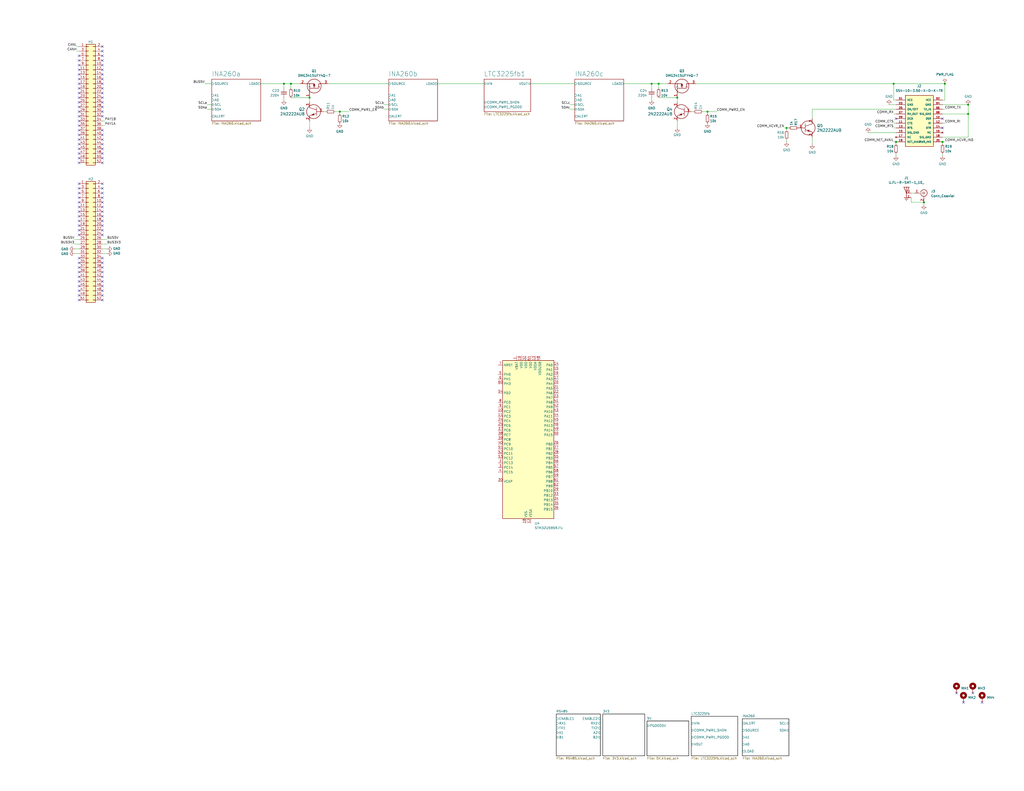
<source format=kicad_sch>
(kicad_sch (version 20231120) (generator "eeschema") (generator_version "8.0")
  (paper "C")
  (title_block (title "HEDGE Comm PCB") (date "2024-10-11") (rev "1.0") (company "Spacecraft Design Lab") (comment 1 "University of Virginia"))
  (lib_symbols
    (symbol "2N2222AUB:2N2222AUB" (pin_names (offset 0.254))
      (property "Reference" "Q" (at 10.16 2.54 0))
      (property "Value" "2N2222AUB" (at 10.16 -2.54 0))
      (symbol "2N2222AUB_1_1"
        (polyline (pts (xy 2.54 0) (xy 3.81 0)) (stroke (width 0.2032)))
        (polyline (pts (xy 3.81 -2.2098) (xy 3.81 2.2098)) (stroke (width 0.2032)))
        (polyline (pts (xy 3.81 -0.9398) (xy 7.62 -2.2098)) (stroke (width 0.2032)))
        (polyline (pts (xy 3.81 0.9398) (xy 7.62 2.2098)) (stroke (width 0.2032)))
        (polyline (pts (xy 7.62 -2.54) (xy 7.62 -2.2098)) (stroke (width 0.2032)))
        (polyline (pts (xy 7.62 2.2098) (xy 7.62 2.54)) (stroke (width 0.2032)))
        (polyline (pts (xy 5.3848 -0.9398) (xy 5.08 -1.905) (xy 6.6548 -1.905)) (fill (type outline)))
        (circle (center 5.3848 0) (radius 3.81) (stroke (width 0.254)))
        (pin input line (at 0 0 0) (length 2.54) (name "") (number "1"))
        (pin passive line (at 7.62 -5.08 90) (length 2.54) (name "") (number "2"))
        (pin passive line (at 7.62 5.08 270) (length 2.54) (name "") (number "3"))
      )
    )
    (symbol "Connector:Conn_Coaxial" (pin_names (offset 1.016) hide)
      (property "Reference" "J" (at 0.254 3.048 0))
      (property "Value" "Conn_Coaxial" (at 2.921 0 90))
      (symbol "Conn_Coaxial_0_1"
        (arc (start -1.778 -0.508) (mid 0.2311 -1.8066) (end 1.778 0) (stroke (width 0.254)))
        (polyline (pts (xy -2.54 0) (xy -0.508 0)))
        (polyline (pts (xy 0 -2.54) (xy 0 -1.778)))
        (circle (center 0 0) (radius 0.508) (stroke (width 0.2032)))
        (arc (start 1.778 0) (mid 0.2099 1.8101) (end -1.778 0.508) (stroke (width 0.254)))
      )
      (symbol "Conn_Coaxial_1_1"
        (pin passive line (at -5.08 0 0) (length 2.54) (name "In") (number "1"))
        (pin passive line (at 0 -5.08 90) (length 2.54) (name "Ext") (number "2"))
      )
    )
    (symbol "Connector_Generic:Conn_02x26_Odd_Even" (pin_names (offset 1.016) hide)
      (property "Reference" "J" (at 1.27 33.02 0))
      (property "Value" "Conn_02x26_Odd_Even" (at 1.27 -35.56 0))
      (symbol "Conn_02x26_Odd_Even_1_1"
        (rectangle (start -1.27 -32.893) (end 0 -33.147) (stroke (width 0.1524)))
        (rectangle (start -1.27 -30.353) (end 0 -30.607) (stroke (width 0.1524)))
        (rectangle (start -1.27 -27.813) (end 0 -28.067) (stroke (width 0.1524)))
        (rectangle (start -1.27 -25.273) (end 0 -25.527) (stroke (width 0.1524)))
        (rectangle (start -1.27 -22.733) (end 0 -22.987) (stroke (width 0.1524)))
        (rectangle (start -1.27 -20.193) (end 0 -20.447) (stroke (width 0.1524)))
        (rectangle (start -1.27 -17.653) (end 0 -17.907) (stroke (width 0.1524)))
        (rectangle (start -1.27 -15.113) (end 0 -15.367) (stroke (width 0.1524)))
        (rectangle (start -1.27 -12.573) (end 0 -12.827) (stroke (width 0.1524)))
        (rectangle (start -1.27 -10.033) (end 0 -10.287) (stroke (width 0.1524)))
        (rectangle (start -1.27 -7.493) (end 0 -7.747) (stroke (width 0.1524)))
        (rectangle (start -1.27 -4.953) (end 0 -5.207) (stroke (width 0.1524)))
        (rectangle (start -1.27 -2.413) (end 0 -2.667) (stroke (width 0.1524)))
        (rectangle (start -1.27 0.127) (end 0 -0.127) (stroke (width 0.1524)))
        (rectangle (start -1.27 2.667) (end 0 2.413) (stroke (width 0.1524)))
        (rectangle (start -1.27 5.207) (end 0 4.953) (stroke (width 0.1524)))
        (rectangle (start -1.27 7.747) (end 0 7.493) (stroke (width 0.1524)))
        (rectangle (start -1.27 10.287) (end 0 10.033) (stroke (width 0.1524)))
        (rectangle (start -1.27 12.827) (end 0 12.573) (stroke (width 0.1524)))
        (rectangle (start -1.27 15.367) (end 0 15.113) (stroke (width 0.1524)))
        (rectangle (start -1.27 17.907) (end 0 17.653) (stroke (width 0.1524)))
        (rectangle (start -1.27 20.447) (end 0 20.193) (stroke (width 0.1524)))
        (rectangle (start -1.27 22.987) (end 0 22.733) (stroke (width 0.1524)))
        (rectangle (start -1.27 25.527) (end 0 25.273) (stroke (width 0.1524)))
        (rectangle (start -1.27 28.067) (end 0 27.813) (stroke (width 0.1524)))
        (rectangle (start -1.27 30.607) (end 0 30.353) (stroke (width 0.1524)))
        (rectangle (start -1.27 31.75) (end 3.81 -34.29) (stroke (width 0.254)) (fill (type background)))
        (rectangle (start 3.81 -32.893) (end 2.54 -33.147) (stroke (width 0.1524)))
        (rectangle (start 3.81 -30.353) (end 2.54 -30.607) (stroke (width 0.1524)))
        (rectangle (start 3.81 -27.813) (end 2.54 -28.067) (stroke (width 0.1524)))
        (rectangle (start 3.81 -25.273) (end 2.54 -25.527) (stroke (width 0.1524)))
        (rectangle (start 3.81 -22.733) (end 2.54 -22.987) (stroke (width 0.1524)))
        (rectangle (start 3.81 -20.193) (end 2.54 -20.447) (stroke (width 0.1524)))
        (rectangle (start 3.81 -17.653) (end 2.54 -17.907) (stroke (width 0.1524)))
        (rectangle (start 3.81 -15.113) (end 2.54 -15.367) (stroke (width 0.1524)))
        (rectangle (start 3.81 -12.573) (end 2.54 -12.827) (stroke (width 0.1524)))
        (rectangle (start 3.81 -10.033) (end 2.54 -10.287) (stroke (width 0.1524)))
        (rectangle (start 3.81 -7.493) (end 2.54 -7.747) (stroke (width 0.1524)))
        (rectangle (start 3.81 -4.953) (end 2.54 -5.207) (stroke (width 0.1524)))
        (rectangle (start 3.81 -2.413) (end 2.54 -2.667) (stroke (width 0.1524)))
        (rectangle (start 3.81 0.127) (end 2.54 -0.127) (stroke (width 0.1524)))
        (rectangle (start 3.81 2.667) (end 2.54 2.413) (stroke (width 0.1524)))
        (rectangle (start 3.81 5.207) (end 2.54 4.953) (stroke (width 0.1524)))
        (rectangle (start 3.81 7.747) (end 2.54 7.493) (stroke (width 0.1524)))
        (rectangle (start 3.81 10.287) (end 2.54 10.033) (stroke (width 0.1524)))
        (rectangle (start 3.81 12.827) (end 2.54 12.573) (stroke (width 0.1524)))
        (rectangle (start 3.81 15.367) (end 2.54 15.113) (stroke (width 0.1524)))
        (rectangle (start 3.81 17.907) (end 2.54 17.653) (stroke (width 0.1524)))
        (rectangle (start 3.81 20.447) (end 2.54 20.193) (stroke (width 0.1524)))
        (rectangle (start 3.81 22.987) (end 2.54 22.733) (stroke (width 0.1524)))
        (rectangle (start 3.81 25.527) (end 2.54 25.273) (stroke (width 0.1524)))
        (rectangle (start 3.81 28.067) (end 2.54 27.813) (stroke (width 0.1524)))
        (rectangle (start 3.81 30.607) (end 2.54 30.353) (stroke (width 0.1524)))
        (pin passive line (at -5.08 30.48 0) (length 3.81) (name "Pin_1") (number "1"))
        (pin passive line (at 7.62 20.32 180) (length 3.81) (name "Pin_10") (number "10"))
        (pin passive line (at -5.08 17.78 0) (length 3.81) (name "Pin_11") (number "11"))
        (pin passive line (at 7.62 17.78 180) (length 3.81) (name "Pin_12") (number "12"))
        (pin passive line (at -5.08 15.24 0) (length 3.81) (name "Pin_13") (number "13"))
        (pin passive line (at 7.62 15.24 180) (length 3.81) (name "Pin_14") (number "14"))
        (pin passive line (at -5.08 12.7 0) (length 3.81) (name "Pin_15") (number "15"))
        (pin passive line (at 7.62 12.7 180) (length 3.81) (name "Pin_16") (number "16"))
        (pin passive line (at -5.08 10.16 0) (length 3.81) (name "Pin_17") (number "17"))
        (pin passive line (at 7.62 10.16 180) (length 3.81) (name "Pin_18") (number "18"))
        (pin passive line (at -5.08 7.62 0) (length 3.81) (name "Pin_19") (number "19"))
        (pin passive line (at 7.62 30.48 180) (length 3.81) (name "Pin_2") (number "2"))
        (pin passive line (at 7.62 7.62 180) (length 3.81) (name "Pin_20") (number "20"))
        (pin passive line (at -5.08 5.08 0) (length 3.81) (name "Pin_21") (number "21"))
        (pin passive line (at 7.62 5.08 180) (length 3.81) (name "Pin_22") (number "22"))
        (pin passive line (at -5.08 2.54 0) (length 3.81) (name "Pin_23") (number "23"))
        (pin passive line (at 7.62 2.54 180) (length 3.81) (name "Pin_24") (number "24"))
        (pin passive line (at -5.08 0 0) (length 3.81) (name "Pin_25") (number "25"))
        (pin passive line (at 7.62 0 180) (length 3.81) (name "Pin_26") (number "26"))
        (pin passive line (at -5.08 -2.54 0) (length 3.81) (name "Pin_27") (number "27"))
        (pin passive line (at 7.62 -2.54 180) (length 3.81) (name "Pin_28") (number "28"))
        (pin passive line (at -5.08 -5.08 0) (length 3.81) (name "Pin_29") (number "29"))
        (pin passive line (at -5.08 27.94 0) (length 3.81) (name "Pin_3") (number "3"))
        (pin passive line (at 7.62 -5.08 180) (length 3.81) (name "Pin_30") (number "30"))
        (pin passive line (at -5.08 -7.62 0) (length 3.81) (name "Pin_31") (number "31"))
        (pin passive line (at 7.62 -7.62 180) (length 3.81) (name "Pin_32") (number "32"))
        (pin passive line (at -5.08 -10.16 0) (length 3.81) (name "Pin_33") (number "33"))
        (pin passive line (at 7.62 -10.16 180) (length 3.81) (name "Pin_34") (number "34"))
        (pin passive line (at -5.08 -12.7 0) (length 3.81) (name "Pin_35") (number "35"))
        (pin passive line (at 7.62 -12.7 180) (length 3.81) (name "Pin_36") (number "36"))
        (pin passive line (at -5.08 -15.24 0) (length 3.81) (name "Pin_37") (number "37"))
        (pin passive line (at 7.62 -15.24 180) (length 3.81) (name "Pin_38") (number "38"))
        (pin passive line (at -5.08 -17.78 0) (length 3.81) (name "Pin_39") (number "39"))
        (pin passive line (at 7.62 27.94 180) (length 3.81) (name "Pin_4") (number "4"))
        (pin passive line (at 7.62 -17.78 180) (length 3.81) (name "Pin_40") (number "40"))
        (pin passive line (at -5.08 -20.32 0) (length 3.81) (name "Pin_41") (number "41"))
        (pin passive line (at 7.62 -20.32 180) (length 3.81) (name "Pin_42") (number "42"))
        (pin passive line (at -5.08 -22.86 0) (length 3.81) (name "Pin_43") (number "43"))
        (pin passive line (at 7.62 -22.86 180) (length 3.81) (name "Pin_44") (number "44"))
        (pin passive line (at -5.08 -25.4 0) (length 3.81) (name "Pin_45") (number "45"))
        (pin passive line (at 7.62 -25.4 180) (length 3.81) (name "Pin_46") (number "46"))
        (pin passive line (at -5.08 -27.94 0) (length 3.81) (name "Pin_47") (number "47"))
        (pin passive line (at 7.62 -27.94 180) (length 3.81) (name "Pin_48") (number "48"))
        (pin passive line (at -5.08 -30.48 0) (length 3.81) (name "Pin_49") (number "49"))
        (pin passive line (at -5.08 25.4 0) (length 3.81) (name "Pin_5") (number "5"))
        (pin passive line (at 7.62 -30.48 180) (length 3.81) (name "Pin_50") (number "50"))
        (pin passive line (at -5.08 -33.02 0) (length 3.81) (name "Pin_51") (number "51"))
        (pin passive line (at 7.62 -33.02 180) (length 3.81) (name "Pin_52") (number "52"))
        (pin passive line (at 7.62 25.4 180) (length 3.81) (name "Pin_6") (number "6"))
        (pin passive line (at -5.08 22.86 0) (length 3.81) (name "Pin_7") (number "7"))
        (pin passive line (at 7.62 22.86 180) (length 3.81) (name "Pin_8") (number "8"))
        (pin passive line (at -5.08 20.32 0) (length 3.81) (name "Pin_9") (number "9"))
      )
    )
    (symbol "DMG3415UFY4Q-7:DMG3415UFY4Q-7" (pin_names hide)
      (property "Reference" "Q" (at 11.43 3.81 0))
      (property "Value" "DMG3415UFY4Q-7" (at 11.43 1.27 0))
      (symbol "DMG3415UFY4Q-7_1_1"
        (polyline (pts (xy 2.54 0) (xy 5.08 0)) (stroke (width 0.254)))
        (polyline (pts (xy 5.08 5.08) (xy 5.08 0)) (stroke (width 0.254)))
        (polyline (pts (xy 5.842 -0.508) (xy 5.842 0.508)) (stroke (width 0.254)))
        (polyline (pts (xy 5.842 0) (xy 7.62 0)) (stroke (width 0.254)))
        (polyline (pts (xy 5.842 2.032) (xy 5.842 3.048)) (stroke (width 0.254)))
        (polyline (pts (xy 5.842 5.588) (xy 5.842 4.572)) (stroke (width 0.254)))
        (polyline (pts (xy 7.62 2.54) (xy 5.842 2.54)) (stroke (width 0.254)))
        (polyline (pts (xy 7.62 2.54) (xy 7.62 -2.54)) (stroke (width 0.254)))
        (polyline (pts (xy 7.62 5.08) (xy 5.842 5.08)) (stroke (width 0.254)))
        (polyline (pts (xy 7.62 5.08) (xy 7.62 7.62)) (stroke (width 0.254)))
        (polyline (pts (xy 7.62 2.54) (xy 6.604 3.048) (xy 6.604 2.032) (xy 7.62 2.54)) (stroke (width 0.254)) (fill (type outline)))
        (circle (center 6.35 2.54) (radius 3.81) (stroke (width 0.254)))
        (pin passive line (at 0 0 0) (length 2.54) (name "G") (number "1"))
        (pin passive line (at 7.62 -5.08 90) (length 2.54) (name "S") (number "2"))
        (pin passive line (at 7.62 10.16 270) (length 2.54) (name "D") (number "3"))
      )
    )
    (symbol "Device:C_Small" (pin_numbers hide) (pin_names (offset 0.254) hide)
      (property "Reference" "C" (at 0.254 1.778 0))
      (property "Value" "C_Small" (at 0.254 -2.032 0))
      (symbol "C_Small_0_1"
        (polyline (pts (xy -1.524 -0.508) (xy 1.524 -0.508)) (stroke (width 0.3302)))
        (polyline (pts (xy -1.524 0.508) (xy 1.524 0.508)) (stroke (width 0.3048)))
      )
      (symbol "C_Small_1_1"
        (pin passive line (at 0 2.54 270) (length 2.032) (name "~") (number "1"))
        (pin passive line (at 0 -2.54 90) (length 2.032) (name "~") (number "2"))
      )
    )
    (symbol "Device:R_Small" (pin_numbers hide) (pin_names (offset 0.254) hide)
      (property "Reference" "R" (at 0.762 0.508 0))
      (property "Value" "R_Small" (at 0.762 -1.016 0))
      (symbol "R_Small_0_1"
        (rectangle (start -0.762 1.778) (end 0.762 -1.778) (stroke (width 0.2032)))
      )
      (symbol "R_Small_1_1"
        (pin passive line (at 0 2.54 270) (length 0.762) (name "~") (number "1"))
        (pin passive line (at 0 -2.54 90) (length 0.762) (name "~") (number "2"))
      )
    )
    (symbol "MCU_ST_STM32U5:STM32U595RJTx"
      (property "Reference" "U" (at -12.7 44.45 0))
      (property "Value" "STM32U595RJTx" (at 10.16 44.45 0))
      (symbol "STM32U595RJTx_0_1"
        (rectangle (start -12.7 -43.18) (end 15.24 43.18) (stroke (width 0.254)) (fill (type background)))
      )
      (symbol "STM32U595RJTx_1_1"
        (pin power_in line (at -5.08 45.72 270) (length 2.54) (name "VBAT") (number "1"))
        (pin bidirectional line (at -15.24 15.24 0) (length 2.54) (name "PC2") (number "10"))
        (pin bidirectional line (at -15.24 12.7 0) (length 2.54) (name "PC3") (number "11"))
        (pin power_in line (at 2.54 -45.72 90) (length 2.54) (name "VSSA") (number "12"))
        (pin power_in line (at 5.08 45.72 270) (length 2.54) (name "VDDA") (number "13"))
        (pin bidirectional line (at 17.78 40.64 180) (length 2.54) (name "PA0") (number "14"))
        (pin bidirectional line (at 17.78 38.1 180) (length 2.54) (name "PA1") (number "15"))
        (pin bidirectional line (at 17.78 35.56 180) (length 2.54) (name "PA2") (number "16"))
        (pin bidirectional line (at 17.78 33.02 180) (length 2.54) (name "PA3") (number "17"))
        (pin power_in line (at 0 -45.72 90) (length 2.54) (name "VSS") (number "18"))
        (pin power_in line (at -2.54 45.72 270) (length 2.54) (name "VDD") (number "19"))
        (pin bidirectional line (at -15.24 -12.7 0) (length 2.54) (name "PC13") (number "2"))
        (pin bidirectional line (at 17.78 30.48 180) (length 2.54) (name "PA4") (number "20"))
        (pin bidirectional line (at 17.78 27.94 180) (length 2.54) (name "PA5") (number "21"))
        (pin bidirectional line (at 17.78 25.4 180) (length 2.54) (name "PA6") (number "22"))
        (pin bidirectional line (at 17.78 22.86 180) (length 2.54) (name "PA7") (number "23"))
        (pin bidirectional line (at -15.24 10.16 0) (length 2.54) (name "PC4") (number "24"))
        (pin bidirectional line (at -15.24 7.62 0) (length 2.54) (name "PC5") (number "25"))
        (pin bidirectional line (at 17.78 -2.54 180) (length 2.54) (name "PB0") (number "26"))
        (pin bidirectional line (at 17.78 -5.08 180) (length 2.54) (name "PB1") (number "27"))
        (pin bidirectional line (at 17.78 -7.62 180) (length 2.54) (name "PB2") (number "28"))
        (pin bidirectional line (at 17.78 -27.94 180) (length 2.54) (name "PB10") (number "29"))
        (pin bidirectional line (at -15.24 -15.24 0) (length 2.54) (name "PC14") (number "3"))
        (pin power_out line (at -15.24 -22.86 0) (length 2.54) (name "VCAP") (number "30"))
        (pin passive line (at 0 -45.72 90) (length 2.54) hide (name "VSS") (number "31"))
        (pin power_in line (at 0 45.72 270) (length 2.54) (name "VDD") (number "32"))
        (pin bidirectional line (at 17.78 -30.48 180) (length 2.54) (name "PB12") (number "33"))
        (pin bidirectional line (at 17.78 -33.02 180) (length 2.54) (name "PB13") (number "34"))
        (pin bidirectional line (at 17.78 -35.56 180) (length 2.54) (name "PB14") (number "35"))
        (pin bidirectional line (at 17.78 -38.1 180) (length 2.54) (name "PB15") (number "36"))
        (pin bidirectional line (at -15.24 5.08 0) (length 2.54) (name "PC6") (number "37"))
        (pin bidirectional line (at -15.24 2.54 0) (length 2.54) (name "PC7") (number "38"))
        (pin bidirectional line (at -15.24 0 0) (length 2.54) (name "PC8") (number "39"))
        (pin bidirectional line (at -15.24 -17.78 0) (length 2.54) (name "PC15") (number "4"))
        (pin bidirectional line (at -15.24 -2.54 0) (length 2.54) (name "PC9") (number "40"))
        (pin bidirectional line (at 17.78 20.32 180) (length 2.54) (name "PA8") (number "41"))
        (pin bidirectional line (at 17.78 17.78 180) (length 2.54) (name "PA9") (number "42"))
        (pin bidirectional line (at 17.78 15.24 180) (length 2.54) (name "PA10") (number "43"))
        (pin bidirectional line (at 17.78 12.7 180) (length 2.54) (name "PA11") (number "44"))
        (pin bidirectional line (at 17.78 10.16 180) (length 2.54) (name "PA12") (number "45"))
        (pin bidirectional line (at 17.78 7.62 180) (length 2.54) (name "PA13") (number "46"))
        (pin passive line (at 0 -45.72 90) (length 2.54) hide (name "VSS") (number "47"))
        (pin power_in line (at 7.62 45.72 270) (length 2.54) (name "VDDUSB") (number "48"))
        (pin bidirectional line (at 17.78 5.08 180) (length 2.54) (name "PA14") (number "49"))
        (pin bidirectional line (at -15.24 35.56 0) (length 2.54) (name "PH0") (number "5"))
        (pin bidirectional line (at 17.78 2.54 180) (length 2.54) (name "PA15") (number "50"))
        (pin bidirectional line (at -15.24 -5.08 0) (length 2.54) (name "PC10") (number "51"))
        (pin bidirectional line (at -15.24 -7.62 0) (length 2.54) (name "PC11") (number "52"))
        (pin bidirectional line (at -15.24 -10.16 0) (length 2.54) (name "PC12") (number "53"))
        (pin bidirectional line (at -15.24 25.4 0) (length 2.54) (name "PD2") (number "54"))
        (pin bidirectional line (at 17.78 -10.16 180) (length 2.54) (name "PB3") (number "55"))
        (pin bidirectional line (at 17.78 -12.7 180) (length 2.54) (name "PB4") (number "56"))
        (pin bidirectional line (at 17.78 -15.24 180) (length 2.54) (name "PB5") (number "57"))
        (pin bidirectional line (at 17.78 -17.78 180) (length 2.54) (name "PB6") (number "58"))
        (pin bidirectional line (at 17.78 -20.32 180) (length 2.54) (name "PB7") (number "59"))
        (pin bidirectional line (at -15.24 33.02 0) (length 2.54) (name "PH1") (number "6"))
        (pin bidirectional line (at -15.24 30.48 0) (length 2.54) (name "PH3") (number "60"))
        (pin bidirectional line (at 17.78 -22.86 180) (length 2.54) (name "PB8") (number "61"))
        (pin bidirectional line (at 17.78 -25.4 180) (length 2.54) (name "PB9") (number "62"))
        (pin passive line (at 0 -45.72 90) (length 2.54) hide (name "VSS") (number "63"))
        (pin power_in line (at 2.54 45.72 270) (length 2.54) (name "VDD") (number "64"))
        (pin input line (at -15.24 40.64 0) (length 2.54) (name "NRST") (number "7"))
        (pin bidirectional line (at -15.24 20.32 0) (length 2.54) (name "PC0") (number "8"))
        (pin bidirectional line (at -15.24 17.78 0) (length 2.54) (name "PC1") (number "9"))
      )
    )
    (symbol "Mechanical:MountingHole_Pad" (pin_numbers hide) (pin_names (offset 1.016) hide)
      (property "Reference" "H" (at 0 6.35 0))
      (property "Value" "MountingHole_Pad" (at 0 4.445 0))
      (symbol "MountingHole_Pad_0_1"
        (circle (center 0 1.27) (radius 1.27) (stroke (width 1.27)))
      )
      (symbol "MountingHole_Pad_1_1"
        (pin input line (at 0 -2.54 90) (length 2.54) (name "1") (number "1"))
      )
    )
    (symbol "SS4-10-3.50-X-D-K-TR:SS4-10-3.50-X-D-K-TR" (pin_names (offset 1.016))
      (property "Reference" "J" (at -7.62 13.97 0))
      (property "Value" "SS4-10-3.50-X-D-K-TR" (at -7.62 -17.78 0))
      (symbol "SS4-10-3.50-X-D-K-TR_0_0"
        (rectangle (start -7.62 -15.24) (end 7.62 12.7) (stroke (width 0.254)) (fill (type background)))
      )
      (symbol "SS4-10-3.50-X-D-K-TR_1_0"
        (pin power_in line (at -12.7 10.16 0) (length 5.08) (name "VCC") (number "01"))
        (pin power_in line (at 12.7 10.16 180) (length 5.08) (name "VCC") (number "02"))
        (pin passive line (at -12.7 7.62 0) (length 5.08) (name "GND") (number "03"))
        (pin passive line (at 12.7 7.62 180) (length 5.08) (name "GND") (number "04"))
        (pin passive line (at -12.7 5.08 0) (length 5.08) (name "ON/OFF") (number "05"))
        (pin input line (at 12.7 5.08 180) (length 5.08) (name "TX_IN") (number "06"))
        (pin output line (at -12.7 2.54 0) (length 5.08) (name "RX_OUT") (number "07"))
        (pin passive line (at 12.7 2.54 180) (length 5.08) (name "SIG_GND") (number "08"))
        (pin output line (at -12.7 0 0) (length 5.08) (name "DCD") (number "09"))
        (pin output line (at 12.7 0 180) (length 5.08) (name "DSR") (number "10"))
        (pin output line (at -12.7 -2.54 0) (length 5.08) (name "CTS") (number "11"))
        (pin output line (at 12.7 -2.54 180) (length 5.08) (name "RI") (number "12"))
        (pin input line (at -12.7 -5.08 0) (length 5.08) (name "RTS") (number "13"))
        (pin input line (at 12.7 -5.08 180) (length 5.08) (name "DTR") (number "14"))
        (pin passive line (at -12.7 -7.62 0) (length 5.08) (name "SIG_GND") (number "15"))
        (pin no_connect line (at 12.7 -7.62 180) (length 5.08) (name "NC") (number "16"))
        (pin no_connect line (at -12.7 -10.16 0) (length 5.08) (name "NC") (number "17"))
        (pin passive line (at 12.7 -10.16 180) (length 5.08) (name "SIG_GND") (number "18"))
        (pin output line (at -12.7 -12.7 0) (length 5.08) (name "NET_AVAIL") (number "19"))
        (pin output line (at 12.7 -12.7 180) (length 5.08) (name "PWR_IND") (number "20"))
      )
    )
    (symbol "U.FL-R-SMT-1_10_:U.FL-R-SMT-1_10_" (pin_names (offset 1.016))
      (property "Reference" "J" (at -2.5406 5.0869 0))
      (property "Value" "U.FL-R-SMT-1_10_" (at -2.6677 -7.6346 0))
      (symbol "U.FL-R-SMT-1_10__0_0"
        (polyline (pts (xy -1.397 3.175) (xy 0 3.175)) (stroke (width 0.254)))
        (polyline (pts (xy -0.762 -3.302) (xy 0.762 -3.302)) (stroke (width 0.254)))
        (polyline (pts (xy -0.127 -4.064) (xy 0.254 -4.064)) (stroke (width 0.254)))
        (polyline (pts (xy 0 -2.54) (xy -1.27 -2.54)) (stroke (width 0.254)))
        (polyline (pts (xy 0 -2.54) (xy 1.27 -2.54)) (stroke (width 0.254)))
        (polyline (pts (xy 0 0) (xy -1.397 3.175)) (stroke (width 0.254)))
        (polyline (pts (xy 0 0) (xy 0 -2.54)) (stroke (width 0.254)))
        (polyline (pts (xy 0 3.175) (xy 0 0)) (stroke (width 0.254)))
        (polyline (pts (xy 0 3.175) (xy 1.397 3.175)) (stroke (width 0.254)))
        (polyline (pts (xy 1.397 3.175) (xy 0 0)) (stroke (width 0.254)))
        (pin passive line (at -2.54 -2.54 0) (length 2.54) (name "~") (number "1"))
        (pin passive line (at -2.54 0 0) (length 2.54) (name "~") (number "2"))
      )
    )
    (symbol "power:GND" (power) (pin_names (offset 0))
      (property "Value" "GND" (at 0 -3.81 0))
      (symbol "GND_0_1"
        (polyline (pts (xy 0 0) (xy 0 -1.27) (xy 1.27 -1.27) (xy 0 -2.54) (xy -1.27 -1.27) (xy 0 -1.27)))
      )
      (symbol "GND_1_1"
        (pin power_in line (at 0 0 270) (length 0) hide (name "GND") (number "1"))
      )
    )
    (symbol "power:PWR_FLAG" (power) (pin_numbers hide) (pin_names (offset 0) hide)
      (property "Value" "PWR_FLAG" (at 0 3.81 0))
      (symbol "PWR_FLAG_0_0"
        (pin power_out line (at 0 0 90) (length 0) (name "pwr") (number "1"))
      )
      (symbol "PWR_FLAG_0_1"
        (polyline (pts (xy 0 0) (xy 0 1.27) (xy -1.016 1.905) (xy 0 2.54) (xy 1.016 1.905) (xy 0 1.27)))
      )
    )
  )
  (junction (at 386.08 60.96))
  (junction (at 528.32 62.23))
  (junction (at 168.91 53.34))
  (junction (at 429.26 69.85))
  (junction (at 488.95 77.47))
  (junction (at 515.62 45.72))
  (junction (at 369.57 53.34))
  (junction (at 154.94 45.72))
  (junction (at 487.68 45.72))
  (junction (at 504.19 110.49))
  (junction (at 359.41 45.72))
  (junction (at 185.42 60.96))
  (junction (at 158.75 45.72))
  (junction (at 528.32 57.15))
  (junction (at 355.6 45.72))
  (junction (at 514.35 77.47))
  (no_connect (at 514.35 69.85))
  (no_connect (at 43.18 35.56))
  (no_connect (at 43.18 83.82))
  (no_connect (at 43.18 76.2))
  (no_connect (at 43.18 128.27))
  (no_connect (at 43.18 110.49))
  (no_connect (at 55.88 43.18))
  (no_connect (at 55.88 110.49))
  (no_connect (at 43.18 81.28))
  (no_connect (at 55.88 76.2))
  (no_connect (at 55.88 30.48))
  (no_connect (at 525.78 383.54))
  (no_connect (at 43.18 50.8))
  (no_connect (at 514.35 64.77))
  (no_connect (at 43.18 55.88))
  (no_connect (at 55.88 50.8))
  (no_connect (at 43.18 71.12))
  (no_connect (at 55.88 33.02))
  (no_connect (at 55.88 27.94))
  (no_connect (at 43.18 102.87))
  (no_connect (at 43.18 45.72))
  (no_connect (at 55.88 81.28))
  (no_connect (at 55.88 40.64))
  (no_connect (at 43.18 100.33))
  (no_connect (at 43.18 86.36))
  (no_connect (at 55.88 78.74))
  (no_connect (at 55.88 38.1))
  (no_connect (at 55.88 55.88))
  (no_connect (at 43.18 123.19))
  (no_connect (at 43.18 53.34))
  (no_connect (at 43.18 107.95))
  (no_connect (at 55.88 86.36))
  (no_connect (at 55.88 161.29))
  (no_connect (at 43.18 120.65))
  (no_connect (at 55.88 118.11))
  (no_connect (at 55.88 115.57))
  (no_connect (at 55.88 163.83))
  (no_connect (at 43.18 146.05))
  (no_connect (at 55.88 158.75))
  (no_connect (at 43.18 43.18))
  (no_connect (at 55.88 123.19))
  (no_connect (at 535.94 383.54))
  (no_connect (at 530.86 378.46))
  (no_connect (at 43.18 48.26))
  (no_connect (at 43.18 78.74))
  (no_connect (at 55.88 140.97))
  (no_connect (at 55.88 63.5))
  (no_connect (at 55.88 143.51))
  (no_connect (at 43.18 151.13))
  (no_connect (at 43.18 148.59))
  (no_connect (at 43.18 115.57))
  (no_connect (at 43.18 140.97))
  (no_connect (at 55.88 151.13))
  (no_connect (at 43.18 118.11))
  (no_connect (at 43.18 113.03))
  (no_connect (at 43.18 33.02))
  (no_connect (at 43.18 68.58))
  (no_connect (at 55.88 128.27))
  (no_connect (at 43.18 143.51))
  (no_connect (at 55.88 120.65))
  (no_connect (at 43.18 40.64))
  (no_connect (at 488.95 64.77))
  (no_connect (at 55.88 153.67))
  (no_connect (at 55.88 60.96))
  (no_connect (at 55.88 100.33))
  (no_connect (at 43.18 58.42))
  (no_connect (at 43.18 158.75))
  (no_connect (at 55.88 73.66))
  (no_connect (at 43.18 125.73))
  (no_connect (at 43.18 73.66))
  (no_connect (at 55.88 107.95))
  (no_connect (at 55.88 102.87))
  (no_connect (at 43.18 161.29))
  (no_connect (at 55.88 53.34))
  (no_connect (at 55.88 71.12))
  (no_connect (at 55.88 125.73))
  (no_connect (at 43.18 156.21))
  (no_connect (at 55.88 148.59))
  (no_connect (at 43.18 153.67))
  (no_connect (at 55.88 88.9))
  (no_connect (at 43.18 163.83))
  (no_connect (at 55.88 58.42))
  (no_connect (at 43.18 66.04))
  (no_connect (at 55.88 48.26))
  (no_connect (at 55.88 146.05))
  (no_connect (at 521.97 378.46))
  (no_connect (at 43.18 105.41))
  (no_connect (at 43.18 63.5))
  (no_connect (at 43.18 60.96))
  (no_connect (at 43.18 30.48))
  (no_connect (at 55.88 45.72))
  (no_connect (at 55.88 35.56))
  (no_connect (at 55.88 25.4))
  (no_connect (at 55.88 113.03))
  (no_connect (at 43.18 38.1))
  (no_connect (at 43.18 88.9))
  (no_connect (at 55.88 83.82))
  (no_connect (at 55.88 156.21))
  (no_connect (at 55.88 105.41))
  (wire (pts (xy 487.68 54.61) (xy 488.95 54.61)))
  (wire (pts (xy 55.88 68.58) (xy 57.15 68.58)))
  (wire (pts (xy 113.03 59.69) (xy 115.57 59.69)))
  (wire (pts (xy 355.6 45.72) (xy 355.6 48.26)))
  (wire (pts (xy 443.23 59.69) (xy 443.23 64.77)))
  (wire (pts (xy 355.6 45.72) (xy 359.41 45.72)))
  (wire (pts (xy 514.35 67.31) (xy 515.62 67.31)))
  (wire (pts (xy 487.68 77.47) (xy 488.95 77.47)))
  (wire (pts (xy 488.95 59.69) (xy 443.23 59.69)))
  (wire (pts (xy 154.94 53.34) (xy 154.94 54.61)))
  (wire (pts (xy 158.75 45.72) (xy 158.75 48.26)))
  (wire (pts (xy 487.68 62.23) (xy 488.95 62.23)))
  (wire (pts (xy 488.95 83.82) (xy 488.95 85.09)))
  (wire (pts (xy 514.35 77.47) (xy 515.62 77.47)))
  (wire (pts (xy 142.24 45.72) (xy 154.94 45.72)))
  (wire (pts (xy 238.76 45.72) (xy 264.16 45.72)))
  (wire (pts (xy 429.26 69.85) (xy 430.53 69.85)))
  (wire (pts (xy 55.88 130.81) (xy 58.42 130.81)))
  (wire (pts (xy 379.73 45.72) (xy 487.68 45.72)))
  (wire (pts (xy 359.41 53.34) (xy 369.57 53.34)))
  (wire (pts (xy 154.94 45.72) (xy 154.94 48.26)))
  (wire (pts (xy 55.88 138.43) (xy 58.42 138.43)))
  (wire (pts (xy 179.07 45.72) (xy 212.09 45.72)))
  (wire (pts (xy 504.19 110.49) (xy 504.19 111.76)))
  (wire (pts (xy 311.15 59.69) (xy 313.69 59.69)))
  (wire (pts (xy 515.62 45.72) (xy 487.68 45.72)))
  (wire (pts (xy 41.91 27.94) (xy 43.18 27.94)))
  (wire (pts (xy 485.14 57.15) (xy 488.95 57.15)))
  (wire (pts (xy 40.64 138.43) (xy 43.18 138.43)))
  (wire (pts (xy 158.75 45.72) (xy 163.83 45.72)))
  (wire (pts (xy 369.57 66.04) (xy 369.57 69.85)))
  (wire (pts (xy 209.55 59.69) (xy 212.09 59.69)))
  (wire (pts (xy 359.41 45.72) (xy 364.49 45.72)))
  (wire (pts (xy 528.32 62.23) (xy 528.32 57.15)))
  (wire (pts (xy 514.35 62.23) (xy 528.32 62.23)))
  (wire (pts (xy 289.56 45.72) (xy 313.69 45.72)))
  (wire (pts (xy 369.57 53.34) (xy 369.57 55.88)))
  (wire (pts (xy 340.36 45.72) (xy 355.6 45.72)))
  (wire (pts (xy 528.32 74.93) (xy 528.32 62.23)))
  (wire (pts (xy 443.23 74.93) (xy 443.23 78.74)))
  (wire (pts (xy 113.03 57.15) (xy 115.57 57.15)))
  (wire (pts (xy 209.55 57.15) (xy 212.09 57.15)))
  (wire (pts (xy 168.91 66.04) (xy 168.91 69.85)))
  (wire (pts (xy 488.95 77.47) (xy 488.95 78.74)))
  (wire (pts (xy 487.68 45.72) (xy 487.68 54.61)))
  (wire (pts (xy 182.88 60.96) (xy 185.42 60.96)))
  (wire (pts (xy 111.76 45.72) (xy 115.57 45.72)))
  (wire (pts (xy 427.99 69.85) (xy 429.26 69.85)))
  (wire (pts (xy 386.08 60.96) (xy 386.08 62.23)))
  (wire (pts (xy 40.64 135.89) (xy 43.18 135.89)))
  (wire (pts (xy 497.205 110.49) (xy 504.19 110.49)))
  (wire (pts (xy 168.91 53.34) (xy 168.91 55.88)))
  (wire (pts (xy 383.54 60.96) (xy 386.08 60.96)))
  (wire (pts (xy 185.42 60.96) (xy 190.5 60.96)))
  (wire (pts (xy 158.75 53.34) (xy 168.91 53.34)))
  (wire (pts (xy 487.68 67.31) (xy 488.95 67.31)))
  (wire (pts (xy 185.42 60.96) (xy 185.42 62.23)))
  (wire (pts (xy 311.15 57.15) (xy 313.69 57.15)))
  (wire (pts (xy 40.64 130.81) (xy 43.18 130.81)))
  (wire (pts (xy 514.35 57.15) (xy 528.32 57.15)))
  (wire (pts (xy 514.35 83.82) (xy 514.35 85.09)))
  (wire (pts (xy 515.62 54.61) (xy 515.62 45.72)))
  (wire (pts (xy 514.35 74.93) (xy 528.32 74.93)))
  (wire (pts (xy 359.41 45.72) (xy 359.41 48.26)))
  (wire (pts (xy 55.88 66.04) (xy 57.15 66.04)))
  (wire (pts (xy 497.205 107.95) (xy 497.205 110.49)))
  (wire (pts (xy 514.35 77.47) (xy 514.35 78.74)))
  (wire (pts (xy 154.94 45.72) (xy 158.75 45.72)))
  (wire (pts (xy 355.6 53.34) (xy 355.6 54.61)))
  (wire (pts (xy 176.53 60.96) (xy 177.8 60.96)))
  (wire (pts (xy 377.19 60.96) (xy 378.46 60.96)))
  (wire (pts (xy 497.205 105.41) (xy 499.11 105.41)))
  (wire (pts (xy 514.35 54.61) (xy 515.62 54.61)))
  (wire (pts (xy 55.88 135.89) (xy 58.42 135.89)))
  (wire (pts (xy 429.26 69.85) (xy 429.26 71.12)))
  (wire (pts (xy 514.35 59.69) (xy 515.62 59.69)))
  (wire (pts (xy 55.88 133.35) (xy 58.42 133.35)))
  (wire (pts (xy 473.71 72.39) (xy 488.95 72.39)))
  (wire (pts (xy 41.91 25.4) (xy 43.18 25.4)))
  (wire (pts (xy 40.64 133.35) (xy 43.18 133.35)))
  (wire (pts (xy 386.08 60.96) (xy 391.16 60.96)))
  (wire (pts (xy 429.26 77.47) (xy 429.26 76.2)))
  (wire (pts (xy 487.68 69.85) (xy 488.95 69.85)))
  (label "BUS5V" (at 111.76 45.72 180))
  (label "COMM_XCVR_EN" (at 427.99 69.85 180))
  (label "COMM_RX" (at 487.68 62.23 180))
  (label "SCLa" (at 113.03 57.15 180))
  (label "BUS5V" (at 58.42 130.81 0))
  (label "BUS5V" (at 40.64 130.81 180))
  (label "COMM_RTS" (at 487.68 69.85 180))
  (label "BUS3V3" (at 58.42 133.35 0))
  (label "COMM_CTS" (at 487.68 67.31 180))
  (label "PAY1B" (at 57.15 66.04 0))
  (label "SDAc" (at 311.15 59.69 180))
  (label "COMM_XCVR_IND" (at 515.62 77.47 0))
  (label "BUS3V3" (at 40.64 133.35 180))
  (label "COMM_PWR1_EN" (at 190.5 60.96 0))
  (label "COMM_PWR2_EN" (at 391.16 60.96 0))
  (label "PAY1A" (at 57.15 68.58 0))
  (label "SDAa" (at 113.03 59.69 180))
  (label "CANL" (at 41.91 25.4 180))
  (label "SCLb" (at 209.55 57.15 180))
  (label "COMM_NET_AVAIL" (at 487.68 77.47 180))
  (label "COMM_RI" (at 515.62 67.31 0))
  (label "COMM_TX" (at 515.62 59.69 0))
  (label "SDAb" (at 209.55 59.69 180))
  (label "CANH" (at 41.91 27.94 180))
  (label "SCLc" (at 311.15 57.15 180))
  (symbol (lib_id "power:GND") (at 528.32 57.15 0) (mirror x) (unit 1)
    (property "Reference" "#PWR047" (effects (hide yes)))
    (property "Value" "GND" (at 528.32 52.705 0))
  )
  (symbol (lib_id "2N2222AUB:2N2222AUB") (at 377.19 60.96 0) (mirror y) (unit 1)
    (property "Reference" "Q4" (at 367.03 59.69 0) (effects (font (size 1.524 1.524)) (justify left)))
    (property "Value" "2N2222AUB" (at 367.03 62.23 0) (effects (font (size 1.524 1.524)) (justify left)))
    (property "Footprint" "2N2222:SMD3_UB_MCH" (effects (hide yes)))
    (property "Datasheet" "2N2222AUB" (effects (hide yes)))
  )
  (symbol (lib_id "Mechanical:MountingHole_Pad") (at 525.78 381 0) (unit 1)
    (property "Reference" "MH2" (at 528.32 380.9238 0) (effects (justify left)))
    (property "Value" "MountingHole_Pad" (effects (hide yes)))
    (property "Footprint" "VST104_footprints:MountingHole_3.2mm_M3_Pad_Via" (effects (hide yes)))
  )
  (symbol (lib_id "power:GND") (at 58.42 135.89 90) (unit 1)
    (property "Reference" "#PWR032" (effects (hide yes)))
    (property "Value" "GND" (at 61.6712 135.763 90) (effects (justify right)))
  )
  (symbol (lib_id "power:GND") (at 40.64 138.43 270) (unit 1)
    (property "Reference" "#PWR031" (effects (hide yes)))
    (property "Value" "GND" (at 37.3888 138.557 90) (effects (justify right)))
  )
  (symbol (lib_id "power:GND") (at 485.14 57.15 0) (mirror x) (unit 1)
    (property "Reference" "#PWR043" (effects (hide yes)))
    (property "Value" "GND" (at 485.14 52.705 0))
  )
  (symbol (lib_id "power:GND") (at 386.08 67.31 0) (unit 1)
    (property "Reference" "#PWR039" (effects (hide yes)))
    (property "Value" "GND" (at 386.08 71.755 0))
  )
  (symbol (lib_id "MCU_ST_STM32U5:STM32U595RJTx") (at 287.02 240.03 0) (unit 1)
    (property "Reference" "U4" (at 291.7541 285.75 0) (effects (justify left)))
    (property "Value" "STM32U595RJTx" (at 291.7541 288.29 0) (effects (justify left)))
    (property "Footprint" "Package_QFP:LQFP-64_10x10mm_P0.5mm" (effects (hide yes)))
    (property "Datasheet" "https://www.st.com/resource/en/datasheet/stm32u595rj.pdf" (effects (hide yes)))
    (property "Description" "STMicroelectronics Arm Cortex-M33 MCU, 4096KB flash, 2514KB RAM, 51 GPIO, LQFP64" (effects (hide yes)))
  )
  (symbol (lib_id "Device:R_Small") (at 514.35 81.28 0) (unit 1)
    (property "Reference" "R19" (at 515.62 80.01 0) (effects (justify left)))
    (property "Value" "10k" (at 515.62 82.55 0) (effects (justify left)))
    (property "Footprint" "VST104_footprints:R_SMD_0402" (effects (hide yes)))
  )
  (symbol (lib_id "power:GND") (at 514.35 85.09 0) (mirror y) (unit 1)
    (property "Reference" "#PWR046" (effects (hide yes)))
    (property "Value" "GND" (at 514.35 89.535 0))
  )
  (symbol (lib_id "DMG3415UFY4Q-7:DMG3415UFY4Q-7") (at 168.91 53.34 270) (mirror x) (unit 1)
    (property "Reference" "Q1" (at 171.45 38.735 90))
    (property "Value" "DMG3415UFY4Q-7" (at 171.45 41.275 90))
    (property "Footprint" "DMG3415:DMG3415UFY47" (effects (hide yes)))
    (property "Datasheet" "https://www.diodes.com/assets/Datasheets/DMG3415UFY4Q.pdf" (effects (hide yes)))
    (property "Manufacturer_Name" "Diodes Incorporated" (effects (hide yes)))
    (property "Manufacturer_Part_Number" "DMG3415UFY4Q-7" (effects (hide yes)))
    (property "Mouser Part Number" "621-DMG3415UFY4Q-7" (effects (hide yes)))
    (property "Mouser Price/Stock" "https://www.mouser.co.uk/ProductDetail/Diodes-Incorporated/DMG3415UFY4Q-7?qs=CfuTe0PnivoF8aopa2vWtw%3D%3D" (effects (hide yes)))
    (property "Arrow Part Number" "DMG3415UFY4Q-7" (effects (hide yes)))
    (property "Arrow Price/Stock" "https://www.arrow.com/en/products/dmg3415ufy4q-7/diodes-incorporated?region=nac" (effects (hide yes)))
  )
  (symbol (lib_id "SS4-10-3.50-X-D-K-TR:SS4-10-3.50-X-D-K-TR") (at 501.65 64.77 0) (unit 1)
    (property "Reference" "J2" (at 501.65 46.99 0))
    (property "Value" "SS4-10-3.50-X-D-K-TR" (at 501.65 49.53 0))
    (property "Footprint" "SS4-10-3.50-L-D-K-TR:SAMTEC_SS4-10-3.50-X-D-K-TR" (effects (hide yes)))
    (property "PARTREV" "K" (effects (hide yes)))
    (property "STANDARD" "Manufacturer Recommendations" (effects (hide yes)))
    (property "MAXIMUM_PACKAGE_HEIGHT" "4.0 mm" (effects (hide yes)))
    (property "MANUFACTURER" "Samtec" (effects (hide yes)))
  )
  (symbol (lib_id "U.FL-R-SMT-1_10_:U.FL-R-SMT-1_10_") (at 494.665 105.41 0) (mirror y) (unit 1)
    (property "Reference" "J1" (at 494.665 97.155 0))
    (property "Value" "U.FL-R-SMT-1_10_" (at 494.665 99.695 0))
    (property "Footprint" "Connector_Coaxial:U.FL_Hirose_U.FL-R-SMT-1_Vertical" (effects (hide yes)))
    (property "DESCRIPTION" "U.FL Series 6 Ghz 50 Ohm Ultra-small SMT Coaxial Cable Receptacle" (effects (hide yes)))
    (property "PACKAGE" "None" (effects (hide yes)))
    (property "PRICE" "0.71 USD" (effects (hide yes)))
    (property "STANDARD" "Manufacturer Recommendation" (effects (hide yes)))
    (property "MP" "U.FL-R-SMT-1_10_" (effects (hide yes)))
    (property "AVAILABILITY" "Good" (effects (hide yes)))
    (property "MANUFACTURER" "Hirose" (effects (hide yes)))
  )
  (symbol (lib_id "Device:R_Small") (at 488.95 81.28 0) (mirror y) (unit 1)
    (property "Reference" "R18" (at 487.68 80.01 0) (effects (justify left)))
    (property "Value" "10k" (at 487.68 82.55 0) (effects (justify left)))
    (property "Footprint" "VST104_footprints:R_SMD_0402" (effects (hide yes)))
  )
  (symbol (lib_id "2N2222AUB:2N2222AUB") (at 176.53 60.96 0) (mirror y) (unit 1)
    (property "Reference" "Q2" (at 166.37 59.69 0) (effects (font (size 1.524 1.524)) (justify left)))
    (property "Value" "2N2222AUB" (at 166.37 62.23 0) (effects (font (size 1.524 1.524)) (justify left)))
    (property "Footprint" "2N2222:SMD3_UB_MCH" (effects (hide yes)))
    (property "Datasheet" "2N2222AUB" (effects (hide yes)))
  )
  (symbol (lib_id "Device:R_Small") (at 429.26 73.66 0) (mirror y) (unit 1)
    (property "Reference" "R16" (at 427.99 72.39 0) (effects (justify left)))
    (property "Value" "10k" (at 427.99 74.93 0) (effects (justify left)))
    (property "Footprint" "VST104_footprints:R_SMD_0402" (effects (hide yes)))
  )
  (symbol (lib_id "power:GND") (at 185.42 67.31 0) (unit 1)
    (property "Reference" "#PWR036" (effects (hide yes)))
    (property "Value" "GND" (at 185.42 71.755 0))
  )
  (symbol (lib_id "Mechanical:MountingHole_Pad") (at 530.86 375.92 0) (unit 1)
    (property "Reference" "MH3" (at 533.4 375.8438 0) (effects (justify left)))
    (property "Value" "MountingHole_Pad" (effects (hide yes)))
    (property "Footprint" "VST104_footprints:MountingHole_3.2mm_M3_Pad_Via" (effects (hide yes)))
  )
  (symbol (lib_id "Connector:Conn_Coaxial") (at 504.19 105.41 0) (unit 1)
    (property "Reference" "J3" (at 508 104.4332 0) (effects (justify left)))
    (property "Value" "Conn_Coaxial" (at 508 106.9732 0) (effects (justify left)))
    (property "Footprint" "Amphenol 132136:132136" (effects (hide yes)))
    (property "Datasheet" " ~" (effects (hide yes)))
  )
  (symbol (lib_id "power:GND") (at 154.94 54.61 0) (unit 1)
    (property "Reference" "#PWR034" (effects (hide yes)))
    (property "Value" "GND" (at 154.94 59.055 0))
  )
  (symbol (lib_id "DMG3415UFY4Q-7:DMG3415UFY4Q-7") (at 369.57 53.34 270) (mirror x) (unit 1)
    (property "Reference" "Q3" (at 372.11 38.735 90))
    (property "Value" "DMG3415UFY4Q-7" (at 372.11 41.275 90))
    (property "Footprint" "DMG3415:DMG3415UFY47" (effects (hide yes)))
    (property "Datasheet" "https://www.diodes.com/assets/Datasheets/DMG3415UFY4Q.pdf" (effects (hide yes)))
    (property "Manufacturer_Name" "Diodes Incorporated" (effects (hide yes)))
    (property "Manufacturer_Part_Number" "DMG3415UFY4Q-7" (effects (hide yes)))
    (property "Mouser Part Number" "621-DMG3415UFY4Q-7" (effects (hide yes)))
    (property "Mouser Price/Stock" "https://www.mouser.co.uk/ProductDetail/Diodes-Incorporated/DMG3415UFY4Q-7?qs=CfuTe0PnivoF8aopa2vWtw%3D%3D" (effects (hide yes)))
    (property "Arrow Part Number" "DMG3415UFY4Q-7" (effects (hide yes)))
    (property "Arrow Price/Stock" "https://www.arrow.com/en/products/dmg3415ufy4q-7/diodes-incorporated?region=nac" (effects (hide yes)))
  )
  (symbol (lib_id "power:GND") (at 504.19 111.76 0) (unit 1)
    (property "Reference" "#PWR045" (effects (hide yes)))
    (property "Value" "GND" (at 504.19 116.205 0))
  )
  (symbol (lib_id "power:GND") (at 429.26 77.47 0) (mirror y) (unit 1)
    (property "Reference" "#PWR040" (effects (hide yes)))
    (property "Value" "GND" (at 429.26 81.915 0))
  )
  (symbol (lib_id "power:GND") (at 168.91 69.85 0) (unit 1)
    (property "Reference" "#PWR035" (effects (hide yes)))
    (property "Value" "GND" (at 168.91 74.295 0))
  )
  (symbol (lib_id "power:GND") (at 488.95 85.09 0) (unit 1)
    (property "Reference" "#PWR044" (effects (hide yes)))
    (property "Value" "GND" (at 488.95 89.535 0))
  )
  (symbol (lib_id "power:PWR_FLAG") (at 515.62 45.72 0) (unit 1)
    (property "Reference" "#FLG01" (effects (hide yes)))
    (property "Value" "PWR_FLAG" (at 515.62 40.64 0))
  )
  (symbol (lib_id "power:GND") (at 369.57 69.85 0) (unit 1)
    (property "Reference" "#PWR038" (effects (hide yes)))
    (property "Value" "GND" (at 369.57 73.66 0))
  )
  (symbol (lib_id "power:GND") (at 473.71 72.39 0) (mirror x) (unit 1)
    (property "Reference" "#PWR042" (effects (hide yes)))
    (property "Value" "GND" (at 473.71 67.945 0))
  )
  (symbol (lib_id "Device:C_Small") (at 154.94 50.8 0) (mirror x) (unit 1)
    (property "Reference" "C23" (at 152.4 49.5236 0) (effects (justify right)))
    (property "Value" "220n" (at 152.4 52.0636 0) (effects (justify right)))
    (property "Footprint" "VST104_footprints:C_SMD_0402" (effects (hide yes)))
  )
  (symbol (lib_id "power:GND") (at 58.42 138.43 90) (unit 1)
    (property "Reference" "#PWR033" (effects (hide yes)))
    (property "Value" "GND" (at 61.6712 138.303 90) (effects (justify right)))
  )
  (symbol (lib_id "Device:R_Small") (at 386.08 64.77 0) (unit 1)
    (property "Reference" "R15" (at 387.35 63.5 0) (effects (justify left)))
    (property "Value" "10k" (at 387.35 66.04 0) (effects (justify left)))
    (property "Footprint" "VST104_footprints:R_SMD_0402" (effects (hide yes)))
  )
  (symbol (lib_id "power:GND") (at 355.6 54.61 0) (unit 1)
    (property "Reference" "#PWR037" (effects (hide yes)))
    (property "Value" "GND" (at 355.6 59.055 0))
  )
  (symbol (lib_id "Device:R_Small") (at 433.07 69.85 270) (mirror x) (unit 1)
    (property "Reference" "R17" (at 434.34 68.58 0) (effects (justify left)))
    (property "Value" "1k" (at 431.8 68.58 0) (effects (justify left)))
    (property "Footprint" "VST104_footprints:R_SMD_0402" (effects (hide yes)))
  )
  (symbol (lib_id "Mechanical:MountingHole_Pad") (at 521.97 375.92 0) (unit 1)
    (property "Reference" "MH1" (at 524.51 375.8438 0) (effects (justify left)))
    (property "Value" "MountingHole_Pad" (effects (hide yes)))
    (property "Footprint" "VST104_footprints:MountingHole_3.2mm_M3_Pad_Via" (effects (hide yes)))
  )
  (symbol (lib_id "Device:R_Small") (at 381 60.96 90) (unit 1)
    (property "Reference" "R14" (at 379.73 59.69 0) (effects (justify left)))
    (property "Value" "1k" (at 382.27 59.69 0) (effects (justify left)))
    (property "Footprint" "VST104_footprints:R_SMD_0402" (effects (hide yes)))
  )
  (symbol (lib_id "Mechanical:MountingHole_Pad") (at 535.94 381 0) (unit 1)
    (property "Reference" "MH4" (at 538.48 380.9238 0) (effects (justify left)))
    (property "Value" "MountingHole_Pad" (effects (hide yes)))
    (property "Footprint" "VST104_footprints:MountingHole_3.2mm_M3_Pad_Via" (effects (hide yes)))
  )
  (symbol (lib_id "Device:R_Small") (at 359.41 50.8 0) (unit 1)
    (property "Reference" "R13" (at 360.68 49.53 0) (effects (justify left)))
    (property "Value" "10k" (at 360.68 52.07 0) (effects (justify left)))
    (property "Footprint" "VST104_footprints:R_SMD_0402" (effects (hide yes)))
  )
  (symbol (lib_id "Device:R_Small") (at 180.34 60.96 90) (unit 1)
    (property "Reference" "R11" (at 179.07 59.69 0) (effects (justify left)))
    (property "Value" "1k" (at 181.61 59.69 0) (effects (justify left)))
    (property "Footprint" "VST104_footprints:R_SMD_0402" (effects (hide yes)))
  )
  (symbol (lib_id "Device:R_Small") (at 185.42 64.77 0) (unit 1)
    (property "Reference" "R12" (at 186.69 63.5 0) (effects (justify left)))
    (property "Value" "10k" (at 186.69 66.04 0) (effects (justify left)))
    (property "Footprint" "VST104_footprints:R_SMD_0402" (effects (hide yes)))
  )
  (symbol (lib_id "Device:C_Small") (at 355.6 50.8 0) (mirror x) (unit 1)
    (property "Reference" "C24" (at 353.06 49.5236 0) (effects (justify right)))
    (property "Value" "220n" (at 353.06 52.0636 0) (effects (justify right)))
    (property "Footprint" "VST104_footprints:C_SMD_0402" (effects (hide yes)))
  )
  (symbol (lib_id "Connector_Generic:Conn_02x26_Odd_Even") (at 48.26 130.81 0) (unit 1)
    (property "Reference" "H2" (at 49.53 97.79 0))
    (property "Value" "Conn_02x26_Odd_Even" (effects (hide yes)))
    (property "Footprint" "VST104_footprints:ESQ-126-39-x-D" (effects (hide yes)))
  )
  (symbol (lib_id "Device:R_Small") (at 158.75 50.8 0) (unit 1)
    (property "Reference" "R10" (at 160.02 49.53 0) (effects (justify left)))
    (property "Value" "10k" (at 160.02 52.07 0) (effects (justify left)))
    (property "Footprint" "VST104_footprints:R_SMD_0402" (effects (hide yes)))
  )
  (symbol (lib_id "Connector_Generic:Conn_02x26_Odd_Even") (at 48.26 55.88 0) (unit 1)
    (property "Reference" "H1" (at 49.53 22.86 0))
    (property "Value" "Conn_02x26_Odd_Even" (effects (hide yes)))
    (property "Footprint" "VST104_footprints:ESQ-126-39-x-D" (effects (hide yes)))
  )
  (symbol (lib_id "power:GND") (at 40.64 135.89 270) (unit 1)
    (property "Reference" "#PWR030" (effects (hide yes)))
    (property "Value" "GND" (at 37.3888 136.017 90) (effects (justify right)))
  )
  (symbol (lib_id "2N2222AUB:2N2222AUB") (at 435.61 69.85 0) (unit 1)
    (property "Reference" "Q5" (at 445.77 68.58 0) (effects (font (size 1.524 1.524)) (justify left)))
    (property "Value" "2N2222AUB" (at 445.77 71.12 0) (effects (font (size 1.524 1.524)) (justify left)))
    (property "Footprint" "2N2222:SMD3_UB_MCH" (effects (hide yes)))
    (property "Datasheet" "2N2222AUB" (effects (hide yes)))
  )
  (symbol (lib_id "power:GND") (at 443.23 78.74 0) (mirror y) (unit 1)
    (property "Reference" "#PWR041" (effects (hide yes)))
    (property "Value" "GND" (at 443.23 83.185 0))
  )
  (sheet (at 328.93 389.89) (size 22.86 22.86) (stroke (width 0.1524) (color 0 0 0 1))
    (property "Sheetname" "3V3" (at 328.93 389.1784 0) (effects (justify left bottom)))
    (property "Sheetfile" "3V3.kicad_sch" (at 328.93 413.3346 0) (effects (justify left top)))
  )
  (sheet (at 405.13 392.43) (size 25.4 20.32) (stroke (width 0.1524) (color 0 0 0 1))
    (property "Sheetname" "INA260" (at 405.13 391.7184 0) (effects (justify left bottom)))
    (property "Sheetfile" "INA260.kicad_sch" (at 405.13 413.3346 0) (effects (justify left top)))
    (pin "ALERT" output (at 405.13 394.97 180))
    (pin "SOURCE" input (at 405.13 398.78 180))
    (pin "A1" input (at 405.13 402.59 180))
    (pin "A0" input (at 405.13 406.4 180))
    (pin "LOAD" output (at 405.13 410.21 180))
    (pin "SCL" bidirectional (at 430.53 394.97 0))
    (pin "SDA" bidirectional (at 430.53 398.78 0))
  )
  (sheet (at 115.57 43.18) (size 26.67 22.86) (stroke (width 0.1524))
    (property "Sheetname" "INA260a" (at 115.57 41.8334 0) (effects (font (size 2.54 2.54)) (justify left bottom)))
    (property "Sheetfile" "INA260.kicad_sch" (at 115.57 66.6246 0) (effects (justify left top)))
    (pin "SOURCE" input (at 115.57 45.72 180))
    (pin "ALERT" output (at 115.57 63.5 180))
    (pin "A1" input (at 115.57 52.07 180))
    (pin "A0" input (at 115.57 54.61 180))
    (pin "SCL" bidirectional (at 115.57 57.15 180))
    (pin "SDA" bidirectional (at 115.57 59.69 180))
    (pin "LOAD" output (at 142.24 45.72 0))
  )
  (sheet (at 313.69 43.18) (size 26.67 22.86) (stroke (width 0.1524))
    (property "Sheetname" "INA260c" (at 313.69 41.8334 0) (effects (font (size 2.54 2.54)) (justify left bottom)))
    (property "Sheetfile" "INA260.kicad_sch" (at 313.69 66.6246 0) (effects (justify left top)))
    (pin "SOURCE" input (at 313.69 45.72 180))
    (pin "ALERT" output (at 313.69 63.5 180))
    (pin "A1" input (at 313.69 52.07 180))
    (pin "A0" input (at 313.69 54.61 180))
    (pin "SCL" bidirectional (at 313.69 57.15 180))
    (pin "SDA" bidirectional (at 313.69 59.69 180))
    (pin "LOAD" output (at 340.36 45.72 0))
  )
  (sheet (at 377.19 391.16) (size 25.4 21.59) (stroke (width 0.1524) (color 0 0 0 1))
    (property "Sheetname" "LTC3225fb" (at 377.19 390.4484 0) (effects (justify left bottom)))
    (property "Sheetfile" "LTC3225fb.kicad_sch" (at 377.19 413.3346 0) (effects (justify left top)))
    (pin "VIN" bidirectional (at 377.19 394.97 180))
    (pin "COMM_PWR1_SHDN" bidirectional (at 377.19 398.78 180))
    (pin "COMM_PWR1_PGOOD" bidirectional (at 377.19 402.59 180))
    (pin "VOUT" bidirectional (at 377.19 406.4 180))
  )
  (sheet (at 303.53 389.89) (size 24.13 22.86) (stroke (width 0.1524) (color 0 0 0 1))
    (property "Sheetname" "RS485" (at 303.53 389.1784 0) (effects (justify left bottom)))
    (property "Sheetfile" "RS485.kicad_sch" (at 303.53 413.3346 0) (effects (justify left top)))
    (pin "ENABLE1" input (at 303.53 392.43 180))
    (pin "RX1" input (at 303.53 394.97 180))
    (pin "TX1" input (at 303.53 397.51 180))
    (pin "A1" bidirectional (at 303.53 400.05 180))
    (pin "B1" bidirectional (at 303.53 402.59 180))
    (pin "ENABLE2" input (at 327.66 392.43 0))
    (pin "RX2" input (at 327.66 394.97 0))
    (pin "TX2" input (at 327.66 397.51 0))
    (pin "A2" bidirectional (at 327.66 400.05 0))
    (pin "B2" bidirectional (at 327.66 402.59 0))
  )
  (sheet (at 212.09 43.18) (size 26.67 22.86) (stroke (width 0.1524))
    (property "Sheetname" "INA260b" (at 212.09 41.8334 0) (effects (font (size 2.54 2.54)) (justify left bottom)))
    (property "Sheetfile" "INA260.kicad_sch" (at 212.09 66.6246 0) (effects (justify left top)))
    (pin "SOURCE" input (at 212.09 45.72 180))
    (pin "ALERT" output (at 212.09 63.5 180))
    (pin "A1" input (at 212.09 52.07 180))
    (pin "A0" input (at 212.09 54.61 180))
    (pin "SCL" bidirectional (at 212.09 57.15 180))
    (pin "SDA" bidirectional (at 212.09 59.69 180))
    (pin "LOAD" output (at 238.76 45.72 0))
  )
  (sheet (at 264.16 43.18) (size 25.4 17.78) (stroke (width 0.1524))
    (property "Sheetname" "LTC3225fb1" (at 264.16 41.8334 0) (effects (font (size 2.54 2.54)) (justify left bottom)))
    (property "Sheetfile" "LTC3225fb.kicad_sch" (at 264.16 61.5446 0) (effects (justify left top)))
    (pin "COMM_PWR1_PGOOD" bidirectional (at 264.16 58.42 180))
    (pin "COMM_PWR1_SHDN" bidirectional (at 264.16 55.88 180))
    (pin "VOUT" bidirectional (at 289.56 45.72 0))
    (pin "VIN" bidirectional (at 264.16 45.72 180))
  )
  (sheet (at 353.06 393.7) (size 22.86 19.05) (stroke (width 0.1524) (color 0 0 0 1))
    (property "Sheetname" "5V" (at 353.06 392.9884 0) (effects (justify left bottom)))
    (property "Sheetfile" "5V.kicad_sch" (at 353.06 413.3346 0) (effects (justify left top)))
    (pin "PGOOD5V" bidirectional (at 353.06 396.24 180))
  )
)
</source>
